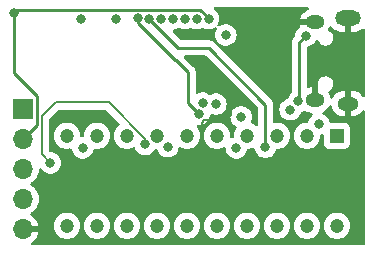
<source format=gbr>
%TF.GenerationSoftware,KiCad,Pcbnew,7.0.9*%
%TF.CreationDate,2024-08-09T11:55:52-06:00*%
%TF.ProjectId,SWAG_BAR_LED_ARM,53574147-5f42-4415-925f-4c45445f4152,rev?*%
%TF.SameCoordinates,Original*%
%TF.FileFunction,Copper,L3,Inr*%
%TF.FilePolarity,Positive*%
%FSLAX46Y46*%
G04 Gerber Fmt 4.6, Leading zero omitted, Abs format (unit mm)*
G04 Created by KiCad (PCBNEW 7.0.9) date 2024-08-09 11:55:52*
%MOMM*%
%LPD*%
G01*
G04 APERTURE LIST*
%TA.AperFunction,ComponentPad*%
%ADD10O,1.800000X1.150000*%
%TD*%
%TA.AperFunction,ComponentPad*%
%ADD11O,1.600000X1.200000*%
%TD*%
%TA.AperFunction,ComponentPad*%
%ADD12O,2.200000X1.300000*%
%TD*%
%TA.AperFunction,ComponentPad*%
%ADD13R,1.700000X1.700000*%
%TD*%
%TA.AperFunction,ComponentPad*%
%ADD14O,1.700000X1.700000*%
%TD*%
%TA.AperFunction,ComponentPad*%
%ADD15R,1.200000X1.200000*%
%TD*%
%TA.AperFunction,ComponentPad*%
%ADD16C,1.200000*%
%TD*%
%TA.AperFunction,ViaPad*%
%ADD17C,0.800000*%
%TD*%
%TA.AperFunction,Conductor*%
%ADD18C,0.250000*%
%TD*%
%TA.AperFunction,Conductor*%
%ADD19C,0.200000*%
%TD*%
G04 APERTURE END LIST*
D10*
%TO.N,GND*%
%TO.C,J3*%
X105979000Y-97326000D03*
D11*
X103179000Y-97026000D03*
X103179000Y-90426000D03*
D12*
X105979000Y-90126000D03*
%TD*%
D13*
%TO.N,/SWDIO*%
%TO.C,J1*%
X78435200Y-97790000D03*
D14*
%TO.N,/SWCLK*%
X78435200Y-100330000D03*
%TO.N,/RST*%
X78435200Y-102870000D03*
%TO.N,+3V3*%
X78435200Y-105410000D03*
%TO.N,GND*%
X78435200Y-107950000D03*
%TD*%
D15*
%TO.N,+3V3*%
%TO.C,BAR1*%
X105048500Y-100056500D03*
D16*
X102508500Y-100056500D03*
X99968500Y-100056500D03*
X97428500Y-100056500D03*
X94888500Y-100056500D03*
X92348500Y-100056500D03*
X89808500Y-100056500D03*
X87268500Y-100056500D03*
X84728500Y-100056500D03*
X82188500Y-100056500D03*
%TO.N,/L9*%
X82188500Y-107676500D03*
%TO.N,/L8*%
X84728500Y-107676500D03*
%TO.N,/L7*%
X87268500Y-107676500D03*
%TO.N,/L6*%
X89808500Y-107676500D03*
%TO.N,/L5*%
X92348500Y-107676500D03*
%TO.N,/L4*%
X94888500Y-107676500D03*
%TO.N,/L3*%
X97428500Y-107676500D03*
%TO.N,/L2*%
X99968500Y-107676500D03*
%TO.N,/L1*%
X102508500Y-107676500D03*
%TO.N,/L0*%
X105048500Y-107676500D03*
%TD*%
D17*
%TO.N,/Sig_L9*%
X90728800Y-100987501D03*
X83515200Y-101092000D03*
%TO.N,/Sig_L8*%
X80782949Y-102359649D03*
X88803124Y-100780607D03*
%TO.N,/Sig_L5*%
X83341586Y-90132500D03*
%TO.N,/Sig_L4*%
X88188800Y-90119200D03*
%TO.N,/SWCLK*%
X77673200Y-89662000D03*
%TO.N,+5V*%
X101784553Y-97135995D03*
X102404500Y-91601498D03*
%TO.N,/SWDIO*%
X93170397Y-90132500D03*
%TO.N,/SWCLK*%
X94169900Y-90132500D03*
%TO.N,GND*%
X88519000Y-103886000D03*
X92811600Y-93675200D03*
X83439000Y-104013000D03*
X103632000Y-104013000D03*
X98679000Y-104013000D03*
X93599000Y-104013000D03*
%TO.N,/RST*%
X95632674Y-91525171D03*
%TO.N,/Sig_L1*%
X103505000Y-99060000D03*
X91171391Y-90132500D03*
%TO.N,/Sig_L0*%
X92170894Y-90132500D03*
X101087601Y-97852418D03*
%TO.N,/SW_1*%
X93675200Y-97282000D03*
X86309200Y-90132000D03*
%TO.N,/Sig_L2*%
X90171888Y-90132500D03*
X96520000Y-101092000D03*
X96926400Y-98450400D03*
%TO.N,/Sig_L3*%
X89172385Y-90132500D03*
X98990102Y-101021797D03*
%TO.N,/Sig_L4*%
X93364044Y-98231352D03*
%TO.N,/Sig_L5*%
X94792800Y-97383600D03*
%TD*%
D18*
%TO.N,+5V*%
X101790948Y-97129600D02*
X101784553Y-97135995D01*
X102404500Y-91601498D02*
X101854000Y-92151998D01*
X101854000Y-92151998D02*
X101854000Y-97129600D01*
X101854000Y-97129600D02*
X101790948Y-97129600D01*
%TO.N,/Sig_L4*%
X88188800Y-90529378D02*
X88188800Y-90119200D01*
X91334622Y-93675200D02*
X88188800Y-90529378D01*
X93364044Y-98231352D02*
X92456000Y-97323308D01*
X92456000Y-94691200D02*
X91440000Y-93675200D01*
X92456000Y-97323308D02*
X92456000Y-94691200D01*
X91440000Y-93675200D02*
X91334622Y-93675200D01*
D19*
%TO.N,/Sig_L8*%
X80035200Y-101611900D02*
X80782949Y-102359649D01*
X80035200Y-98425200D02*
X80035200Y-99060000D01*
X80035200Y-99060000D02*
X80035200Y-101611900D01*
X81229200Y-97231200D02*
X80035200Y-98425200D01*
X85715993Y-97231200D02*
X81229200Y-97231200D01*
X88803124Y-100318331D02*
X85715993Y-97231200D01*
X88803124Y-100780607D02*
X88803124Y-100318331D01*
D18*
%TO.N,/SWCLK*%
X79610200Y-96679000D02*
X77673200Y-94742000D01*
X79610200Y-99155000D02*
X79610200Y-96679000D01*
X78435200Y-100330000D02*
X79610200Y-99155000D01*
X77673200Y-94742000D02*
X77673200Y-89662000D01*
X93470702Y-89407500D02*
X77927700Y-89407500D01*
X77927700Y-89407500D02*
X77673200Y-89662000D01*
X94169900Y-90106698D02*
X93470702Y-89407500D01*
X94169900Y-90132500D02*
X94169900Y-90106698D01*
D19*
%TO.N,GND*%
X93827600Y-98755200D02*
X93599000Y-98983800D01*
X95656400Y-98755200D02*
X93827600Y-98755200D01*
X96113600Y-98298000D02*
X95656400Y-98755200D01*
X92811600Y-93953950D02*
X96113600Y-97255950D01*
X96113600Y-97255950D02*
X96113600Y-98298000D01*
X93599000Y-98983800D02*
X93599000Y-104013000D01*
X92811600Y-93675200D02*
X92811600Y-93953950D01*
D18*
%TO.N,/Sig_L1*%
X103251000Y-99060000D02*
X103505000Y-99060000D01*
%TO.N,/Sig_L2*%
X96520000Y-101092000D02*
X96503500Y-101075500D01*
%TO.N,/Sig_L3*%
X91622483Y-92608400D02*
X94183200Y-92608400D01*
X94183200Y-92608400D02*
X98990102Y-97415302D01*
X89172385Y-90132500D02*
X89172385Y-90158302D01*
X98990102Y-97415302D02*
X98990102Y-101021797D01*
X89172385Y-90158302D02*
X91622483Y-92608400D01*
X98990102Y-101021797D02*
X98990102Y-100133102D01*
%TD*%
%TA.AperFunction,Conductor*%
%TO.N,GND*%
G36*
X102609519Y-89174185D02*
G01*
X102655274Y-89226989D01*
X102665218Y-89296147D01*
X102636193Y-89359703D01*
X102577415Y-89397477D01*
X102577414Y-89397477D01*
X102568314Y-89400148D01*
X102381585Y-89496413D01*
X102216462Y-89626268D01*
X102216459Y-89626271D01*
X102078894Y-89785030D01*
X102078885Y-89785041D01*
X101973855Y-89966960D01*
X101973852Y-89966967D01*
X101905144Y-90165482D01*
X101905144Y-90165484D01*
X101903632Y-90176000D01*
X102754393Y-90176000D01*
X102694762Y-90293031D01*
X102673702Y-90426000D01*
X102694762Y-90558969D01*
X102754393Y-90676000D01*
X101907742Y-90676000D01*
X101921868Y-90734227D01*
X101918543Y-90804017D01*
X101878015Y-90860931D01*
X101874250Y-90863778D01*
X101793246Y-90922632D01*
X101665459Y-91064555D01*
X101569973Y-91229941D01*
X101569970Y-91229948D01*
X101510959Y-91411566D01*
X101510958Y-91411570D01*
X101509581Y-91424674D01*
X101493743Y-91575363D01*
X101467158Y-91639977D01*
X101449476Y-91657934D01*
X101446984Y-91659995D01*
X101399015Y-91711077D01*
X101377872Y-91732220D01*
X101377857Y-91732237D01*
X101373531Y-91737812D01*
X101369747Y-91742242D01*
X101337419Y-91776669D01*
X101337412Y-91776679D01*
X101327579Y-91794565D01*
X101316903Y-91810818D01*
X101304386Y-91826955D01*
X101304385Y-91826957D01*
X101285625Y-91870308D01*
X101283055Y-91875554D01*
X101260303Y-91916939D01*
X101260303Y-91916940D01*
X101255225Y-91936718D01*
X101248925Y-91955120D01*
X101240818Y-91973855D01*
X101233431Y-92020493D01*
X101232246Y-92026214D01*
X101220500Y-92071963D01*
X101220500Y-92092382D01*
X101218973Y-92111781D01*
X101216414Y-92127940D01*
X101215780Y-92131941D01*
X101215811Y-92132265D01*
X101220225Y-92178964D01*
X101220500Y-92184802D01*
X101220500Y-96359655D01*
X101200815Y-96426694D01*
X101177178Y-96451724D01*
X101178129Y-96452781D01*
X101173299Y-96457129D01*
X101045512Y-96599052D01*
X100950026Y-96764438D01*
X100950024Y-96764442D01*
X100906383Y-96898756D01*
X100866945Y-96956431D01*
X100814239Y-96981726D01*
X100805315Y-96983623D01*
X100805313Y-96983624D01*
X100640984Y-97056788D01*
X100630845Y-97061302D01*
X100476346Y-97173553D01*
X100348560Y-97315475D01*
X100253074Y-97480861D01*
X100253071Y-97480868D01*
X100195101Y-97659282D01*
X100194059Y-97662490D01*
X100174097Y-97852418D01*
X100194059Y-98042346D01*
X100194060Y-98042349D01*
X100253071Y-98223967D01*
X100253074Y-98223974D01*
X100348561Y-98389362D01*
X100476348Y-98531284D01*
X100630849Y-98643536D01*
X100805313Y-98721212D01*
X100992114Y-98760918D01*
X101183088Y-98760918D01*
X101369889Y-98721212D01*
X101544353Y-98643536D01*
X101698854Y-98531284D01*
X101826641Y-98389362D01*
X101922128Y-98223974D01*
X101965771Y-98089655D01*
X102005207Y-98031982D01*
X102057919Y-98006685D01*
X102066841Y-98004789D01*
X102241305Y-97927113D01*
X102241310Y-97927109D01*
X102242310Y-97926664D01*
X102311560Y-97917380D01*
X102359785Y-97935628D01*
X102472657Y-98008166D01*
X102667685Y-98086244D01*
X102873959Y-98125999D01*
X102875610Y-98126157D01*
X102876383Y-98126466D01*
X102879763Y-98127118D01*
X102879637Y-98127769D01*
X102940476Y-98152120D01*
X102981008Y-98209032D01*
X102984338Y-98278822D01*
X102949407Y-98339333D01*
X102936718Y-98349913D01*
X102893746Y-98381134D01*
X102765959Y-98523057D01*
X102670473Y-98688443D01*
X102670470Y-98688450D01*
X102613977Y-98862318D01*
X102574539Y-98919994D01*
X102510181Y-98947192D01*
X102496046Y-98948000D01*
X102405782Y-98948000D01*
X102203845Y-98985749D01*
X102203842Y-98985749D01*
X102203842Y-98985750D01*
X102012279Y-99059961D01*
X101837616Y-99168109D01*
X101685800Y-99306506D01*
X101561998Y-99470447D01*
X101561993Y-99470455D01*
X101470430Y-99654337D01*
X101470424Y-99654352D01*
X101414206Y-99851939D01*
X101414205Y-99851941D01*
X101395251Y-100056499D01*
X101395251Y-100056500D01*
X101414205Y-100261058D01*
X101414206Y-100261060D01*
X101470424Y-100458647D01*
X101470430Y-100458662D01*
X101561993Y-100642544D01*
X101561998Y-100642552D01*
X101685800Y-100806493D01*
X101791340Y-100902704D01*
X101837618Y-100944892D01*
X102012282Y-101053040D01*
X102203845Y-101127251D01*
X102405782Y-101165000D01*
X102405784Y-101165000D01*
X102611216Y-101165000D01*
X102611218Y-101165000D01*
X102813155Y-101127251D01*
X103004718Y-101053040D01*
X103179382Y-100944892D01*
X103331201Y-100806491D01*
X103455003Y-100642550D01*
X103546574Y-100458652D01*
X103602794Y-100261059D01*
X103621749Y-100056500D01*
X103621748Y-100056495D01*
X103622073Y-100052995D01*
X103647859Y-99988058D01*
X103704659Y-99947370D01*
X103719753Y-99943148D01*
X103787288Y-99928794D01*
X103787292Y-99928792D01*
X103790219Y-99928170D01*
X103859886Y-99933486D01*
X103915620Y-99975623D01*
X103939725Y-100041203D01*
X103940000Y-100049460D01*
X103940000Y-100705154D01*
X103946511Y-100765702D01*
X103946511Y-100765704D01*
X103987662Y-100876030D01*
X103997611Y-100902704D01*
X104085239Y-101019761D01*
X104202296Y-101107389D01*
X104293989Y-101141589D01*
X104322338Y-101152163D01*
X104339299Y-101158489D01*
X104366550Y-101161418D01*
X104399845Y-101164999D01*
X104399862Y-101165000D01*
X105697138Y-101165000D01*
X105697154Y-101164999D01*
X105724192Y-101162091D01*
X105757701Y-101158489D01*
X105894704Y-101107389D01*
X106011761Y-101019761D01*
X106099389Y-100902704D01*
X106150489Y-100765701D01*
X106154091Y-100732192D01*
X106156999Y-100705154D01*
X106157000Y-100705137D01*
X106157000Y-99407862D01*
X106156999Y-99407845D01*
X106153657Y-99376770D01*
X106150489Y-99347299D01*
X106145898Y-99334991D01*
X106127246Y-99284984D01*
X106099389Y-99210296D01*
X106011761Y-99093239D01*
X105894704Y-99005611D01*
X105757703Y-98954511D01*
X105697154Y-98948000D01*
X105697138Y-98948000D01*
X104513954Y-98948000D01*
X104446915Y-98928315D01*
X104401160Y-98875511D01*
X104396023Y-98862318D01*
X104339529Y-98688450D01*
X104339528Y-98688449D01*
X104339527Y-98688444D01*
X104244040Y-98523056D01*
X104116253Y-98381134D01*
X103961752Y-98268882D01*
X103879575Y-98232294D01*
X103826339Y-98187045D01*
X103806018Y-98120196D01*
X103825063Y-98052973D01*
X103873193Y-98008800D01*
X103976412Y-97955587D01*
X104141537Y-97825731D01*
X104141540Y-97825728D01*
X104279105Y-97666969D01*
X104279114Y-97666958D01*
X104371691Y-97506609D01*
X104422258Y-97458394D01*
X104490865Y-97445170D01*
X104555729Y-97471138D01*
X104596258Y-97528052D01*
X104599583Y-97539375D01*
X104633503Y-97679195D01*
X104718787Y-97865943D01*
X104718789Y-97865947D01*
X104837870Y-98033173D01*
X104837875Y-98033179D01*
X104986456Y-98174851D01*
X105159165Y-98285844D01*
X105349761Y-98362147D01*
X105551349Y-98401000D01*
X105729000Y-98401000D01*
X105729000Y-97601000D01*
X106229000Y-97601000D01*
X106229000Y-98401000D01*
X106355205Y-98401000D01*
X106508370Y-98386374D01*
X106508374Y-98386373D01*
X106705351Y-98328536D01*
X106887837Y-98234458D01*
X107049206Y-98107555D01*
X107049209Y-98107551D01*
X107183656Y-97952392D01*
X107187081Y-97947584D01*
X107188707Y-97948742D01*
X107232709Y-97906767D01*
X107301313Y-97893529D01*
X107366183Y-97919482D01*
X107406725Y-97976387D01*
X107413554Y-98016661D01*
X107433063Y-105839780D01*
X107441411Y-109187201D01*
X107441499Y-109222191D01*
X107421981Y-109289279D01*
X107369292Y-109335166D01*
X107317499Y-109346500D01*
X84393654Y-109346500D01*
X79211935Y-109329255D01*
X79144962Y-109309348D01*
X79099383Y-109256392D01*
X79089670Y-109187201D01*
X79118906Y-109123742D01*
X79141224Y-109103681D01*
X79306282Y-108988105D01*
X79473305Y-108821082D01*
X79608800Y-108627578D01*
X79708629Y-108413492D01*
X79708632Y-108413486D01*
X79765836Y-108200000D01*
X78868886Y-108200000D01*
X78894693Y-108159844D01*
X78935200Y-108021889D01*
X78935200Y-107878111D01*
X78894693Y-107740156D01*
X78868886Y-107700000D01*
X79765836Y-107700000D01*
X79765835Y-107699999D01*
X79759539Y-107676500D01*
X81075251Y-107676500D01*
X81094205Y-107881058D01*
X81094206Y-107881060D01*
X81150424Y-108078647D01*
X81150430Y-108078662D01*
X81241993Y-108262544D01*
X81241998Y-108262552D01*
X81365800Y-108426493D01*
X81496404Y-108545553D01*
X81517618Y-108564892D01*
X81692282Y-108673040D01*
X81883845Y-108747251D01*
X82085782Y-108785000D01*
X82085784Y-108785000D01*
X82291216Y-108785000D01*
X82291218Y-108785000D01*
X82493155Y-108747251D01*
X82684718Y-108673040D01*
X82859382Y-108564892D01*
X83011201Y-108426491D01*
X83135003Y-108262550D01*
X83226574Y-108078652D01*
X83282794Y-107881059D01*
X83301749Y-107676500D01*
X83615251Y-107676500D01*
X83634205Y-107881058D01*
X83634206Y-107881060D01*
X83690424Y-108078647D01*
X83690430Y-108078662D01*
X83781993Y-108262544D01*
X83781998Y-108262552D01*
X83905800Y-108426493D01*
X84036404Y-108545553D01*
X84057618Y-108564892D01*
X84232282Y-108673040D01*
X84423845Y-108747251D01*
X84625782Y-108785000D01*
X84625784Y-108785000D01*
X84831216Y-108785000D01*
X84831218Y-108785000D01*
X85033155Y-108747251D01*
X85224718Y-108673040D01*
X85399382Y-108564892D01*
X85551201Y-108426491D01*
X85675003Y-108262550D01*
X85766574Y-108078652D01*
X85822794Y-107881059D01*
X85841749Y-107676500D01*
X86155251Y-107676500D01*
X86174205Y-107881058D01*
X86174206Y-107881060D01*
X86230424Y-108078647D01*
X86230430Y-108078662D01*
X86321993Y-108262544D01*
X86321998Y-108262552D01*
X86445800Y-108426493D01*
X86576404Y-108545553D01*
X86597618Y-108564892D01*
X86772282Y-108673040D01*
X86963845Y-108747251D01*
X87165782Y-108785000D01*
X87165784Y-108785000D01*
X87371216Y-108785000D01*
X87371218Y-108785000D01*
X87573155Y-108747251D01*
X87764718Y-108673040D01*
X87939382Y-108564892D01*
X88091201Y-108426491D01*
X88215003Y-108262550D01*
X88306574Y-108078652D01*
X88362794Y-107881059D01*
X88381749Y-107676500D01*
X88695251Y-107676500D01*
X88714205Y-107881058D01*
X88714206Y-107881060D01*
X88770424Y-108078647D01*
X88770430Y-108078662D01*
X88861993Y-108262544D01*
X88861998Y-108262552D01*
X88985800Y-108426493D01*
X89116404Y-108545553D01*
X89137618Y-108564892D01*
X89312282Y-108673040D01*
X89503845Y-108747251D01*
X89705782Y-108785000D01*
X89705784Y-108785000D01*
X89911216Y-108785000D01*
X89911218Y-108785000D01*
X90113155Y-108747251D01*
X90304718Y-108673040D01*
X90479382Y-108564892D01*
X90631201Y-108426491D01*
X90755003Y-108262550D01*
X90846574Y-108078652D01*
X90902794Y-107881059D01*
X90921749Y-107676500D01*
X91235251Y-107676500D01*
X91254205Y-107881058D01*
X91254206Y-107881060D01*
X91310424Y-108078647D01*
X91310430Y-108078662D01*
X91401993Y-108262544D01*
X91401998Y-108262552D01*
X91525800Y-108426493D01*
X91656404Y-108545553D01*
X91677618Y-108564892D01*
X91852282Y-108673040D01*
X92043845Y-108747251D01*
X92245782Y-108785000D01*
X92245784Y-108785000D01*
X92451216Y-108785000D01*
X92451218Y-108785000D01*
X92653155Y-108747251D01*
X92844718Y-108673040D01*
X93019382Y-108564892D01*
X93171201Y-108426491D01*
X93295003Y-108262550D01*
X93386574Y-108078652D01*
X93442794Y-107881059D01*
X93461749Y-107676500D01*
X93775251Y-107676500D01*
X93794205Y-107881058D01*
X93794206Y-107881060D01*
X93850424Y-108078647D01*
X93850430Y-108078662D01*
X93941993Y-108262544D01*
X93941998Y-108262552D01*
X94065800Y-108426493D01*
X94196404Y-108545553D01*
X94217618Y-108564892D01*
X94392282Y-108673040D01*
X94583845Y-108747251D01*
X94785782Y-108785000D01*
X94785784Y-108785000D01*
X94991216Y-108785000D01*
X94991218Y-108785000D01*
X95193155Y-108747251D01*
X95384718Y-108673040D01*
X95559382Y-108564892D01*
X95711201Y-108426491D01*
X95835003Y-108262550D01*
X95926574Y-108078652D01*
X95982794Y-107881059D01*
X96001749Y-107676500D01*
X96315251Y-107676500D01*
X96334205Y-107881058D01*
X96334206Y-107881060D01*
X96390424Y-108078647D01*
X96390430Y-108078662D01*
X96481993Y-108262544D01*
X96481998Y-108262552D01*
X96605800Y-108426493D01*
X96736404Y-108545553D01*
X96757618Y-108564892D01*
X96932282Y-108673040D01*
X97123845Y-108747251D01*
X97325782Y-108785000D01*
X97325784Y-108785000D01*
X97531216Y-108785000D01*
X97531218Y-108785000D01*
X97733155Y-108747251D01*
X97924718Y-108673040D01*
X98099382Y-108564892D01*
X98251201Y-108426491D01*
X98375003Y-108262550D01*
X98466574Y-108078652D01*
X98522794Y-107881059D01*
X98541749Y-107676500D01*
X98855251Y-107676500D01*
X98874205Y-107881058D01*
X98874206Y-107881060D01*
X98930424Y-108078647D01*
X98930430Y-108078662D01*
X99021993Y-108262544D01*
X99021998Y-108262552D01*
X99145800Y-108426493D01*
X99276404Y-108545553D01*
X99297618Y-108564892D01*
X99472282Y-108673040D01*
X99663845Y-108747251D01*
X99865782Y-108785000D01*
X99865784Y-108785000D01*
X100071216Y-108785000D01*
X100071218Y-108785000D01*
X100273155Y-108747251D01*
X100464718Y-108673040D01*
X100639382Y-108564892D01*
X100791201Y-108426491D01*
X100915003Y-108262550D01*
X101006574Y-108078652D01*
X101062794Y-107881059D01*
X101081749Y-107676500D01*
X101395251Y-107676500D01*
X101414205Y-107881058D01*
X101414206Y-107881060D01*
X101470424Y-108078647D01*
X101470430Y-108078662D01*
X101561993Y-108262544D01*
X101561998Y-108262552D01*
X101685800Y-108426493D01*
X101816404Y-108545553D01*
X101837618Y-108564892D01*
X102012282Y-108673040D01*
X102203845Y-108747251D01*
X102405782Y-108785000D01*
X102405784Y-108785000D01*
X102611216Y-108785000D01*
X102611218Y-108785000D01*
X102813155Y-108747251D01*
X103004718Y-108673040D01*
X103179382Y-108564892D01*
X103331201Y-108426491D01*
X103455003Y-108262550D01*
X103546574Y-108078652D01*
X103602794Y-107881059D01*
X103621749Y-107676500D01*
X103935251Y-107676500D01*
X103954205Y-107881058D01*
X103954206Y-107881060D01*
X104010424Y-108078647D01*
X104010430Y-108078662D01*
X104101993Y-108262544D01*
X104101998Y-108262552D01*
X104225800Y-108426493D01*
X104356404Y-108545553D01*
X104377618Y-108564892D01*
X104552282Y-108673040D01*
X104743845Y-108747251D01*
X104945782Y-108785000D01*
X104945784Y-108785000D01*
X105151216Y-108785000D01*
X105151218Y-108785000D01*
X105353155Y-108747251D01*
X105544718Y-108673040D01*
X105719382Y-108564892D01*
X105871201Y-108426491D01*
X105995003Y-108262550D01*
X106086574Y-108078652D01*
X106142794Y-107881059D01*
X106161749Y-107676500D01*
X106142794Y-107471941D01*
X106086574Y-107274348D01*
X106085614Y-107272420D01*
X105995006Y-107090455D01*
X105995001Y-107090447D01*
X105871199Y-106926506D01*
X105719383Y-106788109D01*
X105719382Y-106788108D01*
X105544718Y-106679960D01*
X105353155Y-106605749D01*
X105151218Y-106568000D01*
X104945782Y-106568000D01*
X104743845Y-106605749D01*
X104743842Y-106605749D01*
X104743842Y-106605750D01*
X104552279Y-106679961D01*
X104377616Y-106788109D01*
X104225800Y-106926506D01*
X104101998Y-107090447D01*
X104101993Y-107090455D01*
X104010430Y-107274337D01*
X104010424Y-107274352D01*
X103954206Y-107471939D01*
X103954205Y-107471941D01*
X103935251Y-107676499D01*
X103935251Y-107676500D01*
X103621749Y-107676500D01*
X103602794Y-107471941D01*
X103546574Y-107274348D01*
X103545614Y-107272420D01*
X103455006Y-107090455D01*
X103455001Y-107090447D01*
X103331199Y-106926506D01*
X103179383Y-106788109D01*
X103179382Y-106788108D01*
X103004718Y-106679960D01*
X102813155Y-106605749D01*
X102611218Y-106568000D01*
X102405782Y-106568000D01*
X102203845Y-106605749D01*
X102203842Y-106605749D01*
X102203842Y-106605750D01*
X102012279Y-106679961D01*
X101837616Y-106788109D01*
X101685800Y-106926506D01*
X101561998Y-107090447D01*
X101561993Y-107090455D01*
X101470430Y-107274337D01*
X101470424Y-107274352D01*
X101414206Y-107471939D01*
X101414205Y-107471941D01*
X101395251Y-107676499D01*
X101395251Y-107676500D01*
X101081749Y-107676500D01*
X101062794Y-107471941D01*
X101006574Y-107274348D01*
X101005614Y-107272420D01*
X100915006Y-107090455D01*
X100915001Y-107090447D01*
X100791199Y-106926506D01*
X100639383Y-106788109D01*
X100639382Y-106788108D01*
X100464718Y-106679960D01*
X100273155Y-106605749D01*
X100071218Y-106568000D01*
X99865782Y-106568000D01*
X99663845Y-106605749D01*
X99663842Y-106605749D01*
X99663842Y-106605750D01*
X99472279Y-106679961D01*
X99297616Y-106788109D01*
X99145800Y-106926506D01*
X99021998Y-107090447D01*
X99021993Y-107090455D01*
X98930430Y-107274337D01*
X98930424Y-107274352D01*
X98874206Y-107471939D01*
X98874205Y-107471941D01*
X98855251Y-107676499D01*
X98855251Y-107676500D01*
X98541749Y-107676500D01*
X98522794Y-107471941D01*
X98466574Y-107274348D01*
X98465614Y-107272420D01*
X98375006Y-107090455D01*
X98375001Y-107090447D01*
X98251199Y-106926506D01*
X98099383Y-106788109D01*
X98099382Y-106788108D01*
X97924718Y-106679960D01*
X97733155Y-106605749D01*
X97531218Y-106568000D01*
X97325782Y-106568000D01*
X97123845Y-106605749D01*
X97123842Y-106605749D01*
X97123842Y-106605750D01*
X96932279Y-106679961D01*
X96757616Y-106788109D01*
X96605800Y-106926506D01*
X96481998Y-107090447D01*
X96481993Y-107090455D01*
X96390430Y-107274337D01*
X96390424Y-107274352D01*
X96334206Y-107471939D01*
X96334205Y-107471941D01*
X96315251Y-107676499D01*
X96315251Y-107676500D01*
X96001749Y-107676500D01*
X95982794Y-107471941D01*
X95926574Y-107274348D01*
X95925614Y-107272420D01*
X95835006Y-107090455D01*
X95835001Y-107090447D01*
X95711199Y-106926506D01*
X95559383Y-106788109D01*
X95559382Y-106788108D01*
X95384718Y-106679960D01*
X95193155Y-106605749D01*
X94991218Y-106568000D01*
X94785782Y-106568000D01*
X94583845Y-106605749D01*
X94583842Y-106605749D01*
X94583842Y-106605750D01*
X94392279Y-106679961D01*
X94217616Y-106788109D01*
X94065800Y-106926506D01*
X93941998Y-107090447D01*
X93941993Y-107090455D01*
X93850430Y-107274337D01*
X93850424Y-107274352D01*
X93794206Y-107471939D01*
X93794205Y-107471941D01*
X93775251Y-107676499D01*
X93775251Y-107676500D01*
X93461749Y-107676500D01*
X93442794Y-107471941D01*
X93386574Y-107274348D01*
X93385614Y-107272420D01*
X93295006Y-107090455D01*
X93295001Y-107090447D01*
X93171199Y-106926506D01*
X93019383Y-106788109D01*
X93019382Y-106788108D01*
X92844718Y-106679960D01*
X92653155Y-106605749D01*
X92451218Y-106568000D01*
X92245782Y-106568000D01*
X92043845Y-106605749D01*
X92043842Y-106605749D01*
X92043842Y-106605750D01*
X91852279Y-106679961D01*
X91677616Y-106788109D01*
X91525800Y-106926506D01*
X91401998Y-107090447D01*
X91401993Y-107090455D01*
X91310430Y-107274337D01*
X91310424Y-107274352D01*
X91254206Y-107471939D01*
X91254205Y-107471941D01*
X91235251Y-107676499D01*
X91235251Y-107676500D01*
X90921749Y-107676500D01*
X90902794Y-107471941D01*
X90846574Y-107274348D01*
X90845614Y-107272420D01*
X90755006Y-107090455D01*
X90755001Y-107090447D01*
X90631199Y-106926506D01*
X90479383Y-106788109D01*
X90479382Y-106788108D01*
X90304718Y-106679960D01*
X90113155Y-106605749D01*
X89911218Y-106568000D01*
X89705782Y-106568000D01*
X89503845Y-106605749D01*
X89503842Y-106605749D01*
X89503842Y-106605750D01*
X89312279Y-106679961D01*
X89137616Y-106788109D01*
X88985800Y-106926506D01*
X88861998Y-107090447D01*
X88861993Y-107090455D01*
X88770430Y-107274337D01*
X88770424Y-107274352D01*
X88714206Y-107471939D01*
X88714205Y-107471941D01*
X88695251Y-107676499D01*
X88695251Y-107676500D01*
X88381749Y-107676500D01*
X88362794Y-107471941D01*
X88306574Y-107274348D01*
X88305614Y-107272420D01*
X88215006Y-107090455D01*
X88215001Y-107090447D01*
X88091199Y-106926506D01*
X87939383Y-106788109D01*
X87939382Y-106788108D01*
X87764718Y-106679960D01*
X87573155Y-106605749D01*
X87371218Y-106568000D01*
X87165782Y-106568000D01*
X86963845Y-106605749D01*
X86963842Y-106605749D01*
X86963842Y-106605750D01*
X86772279Y-106679961D01*
X86597616Y-106788109D01*
X86445800Y-106926506D01*
X86321998Y-107090447D01*
X86321993Y-107090455D01*
X86230430Y-107274337D01*
X86230424Y-107274352D01*
X86174206Y-107471939D01*
X86174205Y-107471941D01*
X86155251Y-107676499D01*
X86155251Y-107676500D01*
X85841749Y-107676500D01*
X85822794Y-107471941D01*
X85766574Y-107274348D01*
X85765614Y-107272420D01*
X85675006Y-107090455D01*
X85675001Y-107090447D01*
X85551199Y-106926506D01*
X85399383Y-106788109D01*
X85399382Y-106788108D01*
X85224718Y-106679960D01*
X85033155Y-106605749D01*
X84831218Y-106568000D01*
X84625782Y-106568000D01*
X84423845Y-106605749D01*
X84423842Y-106605749D01*
X84423842Y-106605750D01*
X84232279Y-106679961D01*
X84057616Y-106788109D01*
X83905800Y-106926506D01*
X83781998Y-107090447D01*
X83781993Y-107090455D01*
X83690430Y-107274337D01*
X83690424Y-107274352D01*
X83634206Y-107471939D01*
X83634205Y-107471941D01*
X83615251Y-107676499D01*
X83615251Y-107676500D01*
X83301749Y-107676500D01*
X83282794Y-107471941D01*
X83226574Y-107274348D01*
X83225614Y-107272420D01*
X83135006Y-107090455D01*
X83135001Y-107090447D01*
X83011199Y-106926506D01*
X82859383Y-106788109D01*
X82859382Y-106788108D01*
X82684718Y-106679960D01*
X82493155Y-106605749D01*
X82291218Y-106568000D01*
X82085782Y-106568000D01*
X81883845Y-106605749D01*
X81883842Y-106605749D01*
X81883842Y-106605750D01*
X81692279Y-106679961D01*
X81517616Y-106788109D01*
X81365800Y-106926506D01*
X81241998Y-107090447D01*
X81241993Y-107090455D01*
X81150430Y-107274337D01*
X81150424Y-107274352D01*
X81094206Y-107471939D01*
X81094205Y-107471941D01*
X81075251Y-107676499D01*
X81075251Y-107676500D01*
X79759539Y-107676500D01*
X79708632Y-107486513D01*
X79708629Y-107486507D01*
X79608800Y-107272422D01*
X79608799Y-107272420D01*
X79473313Y-107078926D01*
X79473308Y-107078920D01*
X79306282Y-106911894D01*
X79125397Y-106785236D01*
X79081772Y-106730659D01*
X79074580Y-106661160D01*
X79106102Y-106598806D01*
X79137500Y-106574608D01*
X79180776Y-106551189D01*
X79358440Y-106412906D01*
X79510922Y-106247268D01*
X79634060Y-106058791D01*
X79724496Y-105852616D01*
X79779764Y-105634368D01*
X79798356Y-105410000D01*
X79779764Y-105185632D01*
X79724496Y-104967384D01*
X79634060Y-104761209D01*
X79588881Y-104692058D01*
X79510923Y-104572734D01*
X79510915Y-104572723D01*
X79358443Y-104407097D01*
X79358438Y-104407092D01*
X79180777Y-104268812D01*
X79180778Y-104268812D01*
X79180776Y-104268811D01*
X79144270Y-104249055D01*
X79094679Y-104199836D01*
X79079571Y-104131619D01*
X79103741Y-104066064D01*
X79144270Y-104030945D01*
X79144284Y-104030936D01*
X79180776Y-104011189D01*
X79358440Y-103872906D01*
X79510922Y-103707268D01*
X79634060Y-103518791D01*
X79724496Y-103312616D01*
X79779764Y-103094368D01*
X79794509Y-102916417D01*
X79819662Y-102851237D01*
X79876064Y-102809998D01*
X79945807Y-102805800D01*
X80006749Y-102839974D01*
X80025471Y-102864659D01*
X80028555Y-102870000D01*
X80043909Y-102896593D01*
X80171696Y-103038515D01*
X80326197Y-103150767D01*
X80500661Y-103228443D01*
X80687462Y-103268149D01*
X80878436Y-103268149D01*
X81065237Y-103228443D01*
X81239701Y-103150767D01*
X81394202Y-103038515D01*
X81521989Y-102896593D01*
X81617476Y-102731205D01*
X81676491Y-102549577D01*
X81696453Y-102359649D01*
X81676491Y-102169721D01*
X81617476Y-101988093D01*
X81521989Y-101822705D01*
X81394202Y-101680783D01*
X81239701Y-101568531D01*
X81065237Y-101490855D01*
X81065235Y-101490854D01*
X80878436Y-101451149D01*
X80786360Y-101451149D01*
X80719321Y-101431464D01*
X80698679Y-101414830D01*
X80680019Y-101396170D01*
X80646534Y-101334847D01*
X80643700Y-101308489D01*
X80643700Y-100056500D01*
X81075251Y-100056500D01*
X81094205Y-100261058D01*
X81094206Y-100261060D01*
X81150424Y-100458647D01*
X81150430Y-100458662D01*
X81241993Y-100642544D01*
X81241998Y-100642552D01*
X81365800Y-100806493D01*
X81471340Y-100902704D01*
X81517618Y-100944892D01*
X81692282Y-101053040D01*
X81883845Y-101127251D01*
X82085782Y-101165000D01*
X82085784Y-101165000D01*
X82291216Y-101165000D01*
X82291218Y-101165000D01*
X82471177Y-101131359D01*
X82540690Y-101138390D01*
X82595368Y-101181887D01*
X82617280Y-101240284D01*
X82621657Y-101281925D01*
X82621658Y-101281929D01*
X82680670Y-101463549D01*
X82680673Y-101463556D01*
X82776160Y-101628944D01*
X82878490Y-101742594D01*
X82903923Y-101770840D01*
X82903947Y-101770866D01*
X83058448Y-101883118D01*
X83232912Y-101960794D01*
X83419713Y-102000500D01*
X83610687Y-102000500D01*
X83797488Y-101960794D01*
X83971952Y-101883118D01*
X84126453Y-101770866D01*
X84254240Y-101628944D01*
X84349727Y-101463556D01*
X84408742Y-101281928D01*
X84410933Y-101261079D01*
X84437515Y-101196465D01*
X84494811Y-101156478D01*
X84557037Y-101152149D01*
X84625782Y-101165000D01*
X84625784Y-101165000D01*
X84831216Y-101165000D01*
X84831218Y-101165000D01*
X85033155Y-101127251D01*
X85224718Y-101053040D01*
X85399382Y-100944892D01*
X85551201Y-100806491D01*
X85675003Y-100642550D01*
X85766574Y-100458652D01*
X85822794Y-100261059D01*
X85841749Y-100056500D01*
X85822794Y-99851941D01*
X85766574Y-99654348D01*
X85745516Y-99612058D01*
X85675006Y-99470455D01*
X85675001Y-99470447D01*
X85551199Y-99306506D01*
X85399383Y-99168109D01*
X85399382Y-99168108D01*
X85224718Y-99059960D01*
X85033155Y-98985749D01*
X84831218Y-98948000D01*
X84625782Y-98948000D01*
X84423845Y-98985749D01*
X84423842Y-98985749D01*
X84423842Y-98985750D01*
X84232279Y-99059961D01*
X84057616Y-99168109D01*
X83905800Y-99306506D01*
X83781998Y-99470447D01*
X83781993Y-99470455D01*
X83690430Y-99654337D01*
X83690424Y-99654352D01*
X83634206Y-99851939D01*
X83634205Y-99851941D01*
X83615251Y-100056499D01*
X83615251Y-100059500D01*
X83614844Y-100060883D01*
X83614722Y-100062208D01*
X83614462Y-100062183D01*
X83595566Y-100126539D01*
X83542762Y-100172294D01*
X83491251Y-100183500D01*
X83425749Y-100183500D01*
X83358710Y-100163815D01*
X83312955Y-100111011D01*
X83302336Y-100062202D01*
X83302278Y-100062208D01*
X83302233Y-100061726D01*
X83301749Y-100059500D01*
X83301749Y-100056499D01*
X83282794Y-99851941D01*
X83282793Y-99851939D01*
X83234216Y-99681209D01*
X83226574Y-99654348D01*
X83205516Y-99612058D01*
X83135006Y-99470455D01*
X83135001Y-99470447D01*
X83011199Y-99306506D01*
X82859383Y-99168109D01*
X82859382Y-99168108D01*
X82684718Y-99059960D01*
X82493155Y-98985749D01*
X82291218Y-98948000D01*
X82085782Y-98948000D01*
X81883845Y-98985749D01*
X81883842Y-98985749D01*
X81883842Y-98985750D01*
X81692279Y-99059961D01*
X81517616Y-99168109D01*
X81365800Y-99306506D01*
X81241998Y-99470447D01*
X81241993Y-99470455D01*
X81150430Y-99654337D01*
X81150424Y-99654352D01*
X81094206Y-99851939D01*
X81094205Y-99851941D01*
X81075251Y-100056499D01*
X81075251Y-100056500D01*
X80643700Y-100056500D01*
X80643700Y-98728611D01*
X80663385Y-98661572D01*
X80680019Y-98640930D01*
X81444930Y-97876019D01*
X81506253Y-97842534D01*
X81532611Y-97839700D01*
X85412582Y-97839700D01*
X85479621Y-97859385D01*
X85500263Y-97876019D01*
X86607805Y-98983561D01*
X86641290Y-99044884D01*
X86636306Y-99114576D01*
X86600452Y-99162709D01*
X86601854Y-99164246D01*
X86445800Y-99306506D01*
X86321998Y-99470447D01*
X86321993Y-99470455D01*
X86230430Y-99654337D01*
X86230424Y-99654352D01*
X86174206Y-99851939D01*
X86174205Y-99851941D01*
X86155251Y-100056499D01*
X86155251Y-100056500D01*
X86174205Y-100261058D01*
X86174206Y-100261060D01*
X86230424Y-100458647D01*
X86230430Y-100458662D01*
X86321993Y-100642544D01*
X86321998Y-100642552D01*
X86445800Y-100806493D01*
X86551340Y-100902704D01*
X86597618Y-100944892D01*
X86772282Y-101053040D01*
X86963845Y-101127251D01*
X87165782Y-101165000D01*
X87165784Y-101165000D01*
X87371216Y-101165000D01*
X87371218Y-101165000D01*
X87573155Y-101127251D01*
X87764718Y-101053040D01*
X87773260Y-101047750D01*
X87840619Y-101029191D01*
X87907319Y-101049996D01*
X87952184Y-101103558D01*
X87956473Y-101114854D01*
X87968592Y-101152153D01*
X87968597Y-101152163D01*
X88064084Y-101317551D01*
X88191871Y-101459473D01*
X88346372Y-101571725D01*
X88520836Y-101649401D01*
X88707637Y-101689107D01*
X88898611Y-101689107D01*
X89085412Y-101649401D01*
X89259876Y-101571725D01*
X89414377Y-101459473D01*
X89542164Y-101317551D01*
X89588388Y-101237489D01*
X89594444Y-101227000D01*
X89645011Y-101178784D01*
X89701831Y-101165000D01*
X89705782Y-101165000D01*
X89741129Y-101165000D01*
X89808168Y-101184685D01*
X89853923Y-101237489D01*
X89859060Y-101250682D01*
X89894270Y-101359051D01*
X89894273Y-101359057D01*
X89989760Y-101524445D01*
X90032597Y-101572020D01*
X90101160Y-101648168D01*
X90117547Y-101666367D01*
X90272048Y-101778619D01*
X90446512Y-101856295D01*
X90633313Y-101896001D01*
X90824287Y-101896001D01*
X91011088Y-101856295D01*
X91185552Y-101778619D01*
X91340053Y-101666367D01*
X91467840Y-101524445D01*
X91563327Y-101359057D01*
X91622342Y-101177429D01*
X91628018Y-101123419D01*
X91654601Y-101058808D01*
X91711898Y-101018823D01*
X91781717Y-101016162D01*
X91816617Y-101030957D01*
X91852278Y-101053038D01*
X91852280Y-101053038D01*
X91852282Y-101053040D01*
X92043845Y-101127251D01*
X92245782Y-101165000D01*
X92245784Y-101165000D01*
X92451216Y-101165000D01*
X92451218Y-101165000D01*
X92653155Y-101127251D01*
X92844718Y-101053040D01*
X93019382Y-100944892D01*
X93171201Y-100806491D01*
X93295003Y-100642550D01*
X93386574Y-100458652D01*
X93442794Y-100261059D01*
X93461749Y-100056500D01*
X93442794Y-99851941D01*
X93386574Y-99654348D01*
X93365516Y-99612058D01*
X93295006Y-99470455D01*
X93295001Y-99470447D01*
X93195419Y-99338579D01*
X93170727Y-99273217D01*
X93185292Y-99204883D01*
X93234490Y-99155270D01*
X93294373Y-99139852D01*
X93459531Y-99139852D01*
X93646332Y-99100146D01*
X93820796Y-99022470D01*
X93975297Y-98910218D01*
X94103084Y-98768296D01*
X94198571Y-98602908D01*
X94257586Y-98421280D01*
X94268009Y-98322101D01*
X94294593Y-98257489D01*
X94351891Y-98217504D01*
X94421710Y-98214844D01*
X94441761Y-98221784D01*
X94510512Y-98252394D01*
X94697313Y-98292100D01*
X94888287Y-98292100D01*
X95075088Y-98252394D01*
X95249552Y-98174718D01*
X95404053Y-98062466D01*
X95531840Y-97920544D01*
X95627327Y-97755156D01*
X95686342Y-97573528D01*
X95706304Y-97383600D01*
X95686342Y-97193672D01*
X95627327Y-97012044D01*
X95531840Y-96846656D01*
X95404053Y-96704734D01*
X95249552Y-96592482D01*
X95075088Y-96514806D01*
X95075086Y-96514805D01*
X94888287Y-96475100D01*
X94697313Y-96475100D01*
X94510513Y-96514805D01*
X94510510Y-96514806D01*
X94361607Y-96581101D01*
X94292357Y-96590385D01*
X94238288Y-96568139D01*
X94131956Y-96490884D01*
X94127974Y-96489111D01*
X93957488Y-96413206D01*
X93957486Y-96413205D01*
X93770687Y-96373500D01*
X93579713Y-96373500D01*
X93392913Y-96413205D01*
X93392910Y-96413206D01*
X93263934Y-96470629D01*
X93194684Y-96479913D01*
X93131408Y-96450284D01*
X93094195Y-96391148D01*
X93089500Y-96357349D01*
X93089500Y-94774831D01*
X93091239Y-94759079D01*
X93090968Y-94759054D01*
X93091700Y-94751298D01*
X93091702Y-94751291D01*
X93089500Y-94681228D01*
X93089500Y-94651344D01*
X93088614Y-94644341D01*
X93088157Y-94638522D01*
X93086674Y-94591311D01*
X93080976Y-94571699D01*
X93077033Y-94552666D01*
X93074474Y-94532403D01*
X93057085Y-94488486D01*
X93055196Y-94482966D01*
X93042018Y-94437607D01*
X93031626Y-94420035D01*
X93023066Y-94402562D01*
X93015552Y-94383583D01*
X92987794Y-94345379D01*
X92984587Y-94340496D01*
X92964238Y-94306088D01*
X92960542Y-94299838D01*
X92946108Y-94285404D01*
X92933471Y-94270609D01*
X92921472Y-94254093D01*
X92921470Y-94254090D01*
X92885073Y-94223981D01*
X92880751Y-94220047D01*
X92114285Y-93453581D01*
X92080800Y-93392258D01*
X92085784Y-93322566D01*
X92127656Y-93266633D01*
X92193120Y-93242216D01*
X92201966Y-93241900D01*
X93869434Y-93241900D01*
X93936473Y-93261585D01*
X93957115Y-93278219D01*
X98320283Y-97641387D01*
X98353768Y-97702710D01*
X98356602Y-97729068D01*
X98356602Y-99121761D01*
X98336917Y-99188800D01*
X98284113Y-99234555D01*
X98214955Y-99244499D01*
X98151399Y-99215474D01*
X98149064Y-99213399D01*
X98122080Y-99188800D01*
X98099382Y-99168108D01*
X97989620Y-99100146D01*
X97924720Y-99059961D01*
X97924718Y-99059960D01*
X97813528Y-99016885D01*
X97758128Y-98974313D01*
X97734537Y-98908546D01*
X97750248Y-98840466D01*
X97750811Y-98839476D01*
X97760927Y-98821956D01*
X97819942Y-98640328D01*
X97839904Y-98450400D01*
X97819942Y-98260472D01*
X97760927Y-98078844D01*
X97665440Y-97913456D01*
X97537653Y-97771534D01*
X97383152Y-97659282D01*
X97208688Y-97581606D01*
X97208686Y-97581605D01*
X97021887Y-97541900D01*
X96830913Y-97541900D01*
X96644114Y-97581605D01*
X96469646Y-97659283D01*
X96315145Y-97771535D01*
X96187359Y-97913457D01*
X96091873Y-98078843D01*
X96091870Y-98078850D01*
X96034521Y-98255353D01*
X96032858Y-98260472D01*
X96012896Y-98450400D01*
X96032858Y-98640328D01*
X96032859Y-98640331D01*
X96091870Y-98821949D01*
X96091873Y-98821956D01*
X96187360Y-98987344D01*
X96315147Y-99129266D01*
X96469648Y-99241518D01*
X96469651Y-99241520D01*
X96475278Y-99244769D01*
X96474062Y-99246874D01*
X96518925Y-99284984D01*
X96539266Y-99351827D01*
X96520240Y-99419057D01*
X96514227Y-99427768D01*
X96482001Y-99470442D01*
X96481993Y-99470455D01*
X96390430Y-99654337D01*
X96390424Y-99654352D01*
X96334206Y-99851939D01*
X96334205Y-99851941D01*
X96315251Y-100056499D01*
X96315251Y-100056503D01*
X96318831Y-100095146D01*
X96305415Y-100163715D01*
X96257057Y-100214146D01*
X96243473Y-100220172D01*
X96243647Y-100220563D01*
X96168925Y-100253830D01*
X96099674Y-100263114D01*
X96036398Y-100233484D01*
X95999186Y-100174349D01*
X95995020Y-100129112D01*
X96001749Y-100056500D01*
X95982794Y-99851941D01*
X95926574Y-99654348D01*
X95905516Y-99612058D01*
X95835006Y-99470455D01*
X95835001Y-99470447D01*
X95711199Y-99306506D01*
X95559383Y-99168109D01*
X95559382Y-99168108D01*
X95384718Y-99059960D01*
X95193155Y-98985749D01*
X94991218Y-98948000D01*
X94785782Y-98948000D01*
X94583845Y-98985749D01*
X94583842Y-98985749D01*
X94583842Y-98985750D01*
X94392279Y-99059961D01*
X94217616Y-99168109D01*
X94065800Y-99306506D01*
X93941998Y-99470447D01*
X93941993Y-99470455D01*
X93850430Y-99654337D01*
X93850424Y-99654352D01*
X93794206Y-99851939D01*
X93794205Y-99851941D01*
X93775251Y-100056499D01*
X93775251Y-100056500D01*
X93794205Y-100261058D01*
X93794206Y-100261060D01*
X93850424Y-100458647D01*
X93850430Y-100458662D01*
X93941993Y-100642544D01*
X93941998Y-100642552D01*
X94065800Y-100806493D01*
X94171340Y-100902704D01*
X94217618Y-100944892D01*
X94392282Y-101053040D01*
X94583845Y-101127251D01*
X94785782Y-101165000D01*
X94785784Y-101165000D01*
X94991216Y-101165000D01*
X94991218Y-101165000D01*
X95193155Y-101127251D01*
X95384718Y-101053040D01*
X95384723Y-101053037D01*
X95384725Y-101053036D01*
X95421150Y-101030483D01*
X95488510Y-101011926D01*
X95555210Y-101032734D01*
X95600071Y-101086299D01*
X95609748Y-101122944D01*
X95626458Y-101281928D01*
X95626459Y-101281931D01*
X95685470Y-101463549D01*
X95685473Y-101463556D01*
X95780960Y-101628944D01*
X95883290Y-101742594D01*
X95908723Y-101770840D01*
X95908747Y-101770866D01*
X96063248Y-101883118D01*
X96237712Y-101960794D01*
X96424513Y-102000500D01*
X96615487Y-102000500D01*
X96802288Y-101960794D01*
X96976752Y-101883118D01*
X97131253Y-101770866D01*
X97259040Y-101628944D01*
X97354527Y-101463556D01*
X97413542Y-101281928D01*
X97414166Y-101275993D01*
X97440747Y-101211378D01*
X97498043Y-101171391D01*
X97526049Y-101165479D01*
X97531212Y-101165000D01*
X97531218Y-101165000D01*
X97733155Y-101127251D01*
X97922642Y-101053843D01*
X97992266Y-101047982D01*
X98054006Y-101080692D01*
X98088261Y-101141589D01*
X98090756Y-101156503D01*
X98096560Y-101211725D01*
X98096561Y-101211728D01*
X98155572Y-101393346D01*
X98155575Y-101393353D01*
X98251062Y-101558741D01*
X98378849Y-101700663D01*
X98533350Y-101812915D01*
X98707814Y-101890591D01*
X98894615Y-101930297D01*
X99085589Y-101930297D01*
X99272390Y-101890591D01*
X99446854Y-101812915D01*
X99601355Y-101700663D01*
X99729142Y-101558741D01*
X99824629Y-101393353D01*
X99870986Y-101250682D01*
X99910423Y-101193006D01*
X99974782Y-101165808D01*
X99988917Y-101165000D01*
X100071216Y-101165000D01*
X100071218Y-101165000D01*
X100273155Y-101127251D01*
X100464718Y-101053040D01*
X100639382Y-100944892D01*
X100791201Y-100806491D01*
X100915003Y-100642550D01*
X101006574Y-100458652D01*
X101062794Y-100261059D01*
X101081749Y-100056500D01*
X101062794Y-99851941D01*
X101006574Y-99654348D01*
X100985516Y-99612058D01*
X100915006Y-99470455D01*
X100915001Y-99470447D01*
X100791199Y-99306506D01*
X100639383Y-99168109D01*
X100639382Y-99168108D01*
X100464718Y-99059960D01*
X100273155Y-98985749D01*
X100071218Y-98948000D01*
X99865782Y-98948000D01*
X99770385Y-98965832D01*
X99700872Y-98958802D01*
X99646194Y-98915305D01*
X99623711Y-98849151D01*
X99623602Y-98843944D01*
X99623602Y-97498933D01*
X99625340Y-97483183D01*
X99625070Y-97483158D01*
X99625803Y-97475396D01*
X99625804Y-97475393D01*
X99623602Y-97405344D01*
X99623602Y-97375446D01*
X99622716Y-97368438D01*
X99622258Y-97362616D01*
X99620775Y-97315413D01*
X99620774Y-97315411D01*
X99615081Y-97295817D01*
X99611134Y-97276761D01*
X99608576Y-97256505D01*
X99591186Y-97212585D01*
X99589297Y-97207065D01*
X99580839Y-97177954D01*
X99576120Y-97161709D01*
X99565724Y-97144131D01*
X99557168Y-97126664D01*
X99549654Y-97107685D01*
X99521896Y-97069481D01*
X99518689Y-97064598D01*
X99495862Y-97026000D01*
X99494644Y-97023940D01*
X99480210Y-97009506D01*
X99467573Y-96994711D01*
X99455574Y-96978195D01*
X99455572Y-96978192D01*
X99419175Y-96948083D01*
X99414853Y-96944149D01*
X94867752Y-92397047D01*
X94847015Y-92359070D01*
X94829831Y-92354378D01*
X94807191Y-92336486D01*
X94690288Y-92219583D01*
X94680387Y-92207223D01*
X94680177Y-92207398D01*
X94675202Y-92201386D01*
X94675200Y-92201382D01*
X94637344Y-92165833D01*
X94624122Y-92153416D01*
X94602968Y-92132263D01*
X94600992Y-92130731D01*
X94597383Y-92127931D01*
X94592950Y-92124144D01*
X94558521Y-92091814D01*
X94558519Y-92091812D01*
X94540631Y-92081978D01*
X94524370Y-92071297D01*
X94508239Y-92058784D01*
X94464893Y-92040027D01*
X94459645Y-92037456D01*
X94428788Y-92020493D01*
X94418260Y-92014705D01*
X94414860Y-92013832D01*
X94398487Y-92009628D01*
X94380081Y-92003326D01*
X94361344Y-91995218D01*
X94361346Y-91995218D01*
X94314696Y-91987830D01*
X94308981Y-91986646D01*
X94288812Y-91981468D01*
X94263232Y-91974900D01*
X94263230Y-91974900D01*
X94242816Y-91974900D01*
X94223417Y-91973373D01*
X94203258Y-91970180D01*
X94203257Y-91970180D01*
X94156234Y-91974625D01*
X94150396Y-91974900D01*
X91936249Y-91974900D01*
X91869210Y-91955215D01*
X91848568Y-91938581D01*
X91162669Y-91252681D01*
X91129184Y-91191358D01*
X91134168Y-91121666D01*
X91176040Y-91065733D01*
X91241504Y-91041316D01*
X91250350Y-91041000D01*
X91266878Y-91041000D01*
X91453679Y-91001294D01*
X91620709Y-90926927D01*
X91689957Y-90917644D01*
X91721575Y-90926927D01*
X91888606Y-91001294D01*
X92075407Y-91041000D01*
X92266381Y-91041000D01*
X92453182Y-91001294D01*
X92620212Y-90926927D01*
X92689460Y-90917644D01*
X92721078Y-90926927D01*
X92888109Y-91001294D01*
X93074910Y-91041000D01*
X93265884Y-91041000D01*
X93452685Y-91001294D01*
X93619715Y-90926927D01*
X93688963Y-90917644D01*
X93720581Y-90926927D01*
X93887612Y-91001294D01*
X94074413Y-91041000D01*
X94265387Y-91041000D01*
X94452188Y-91001294D01*
X94626652Y-90923618D01*
X94678841Y-90885700D01*
X94744646Y-90862220D01*
X94812700Y-90878045D01*
X94861395Y-90928150D01*
X94875271Y-90996628D01*
X94859113Y-91048017D01*
X94798149Y-91153609D01*
X94798144Y-91153621D01*
X94758381Y-91276000D01*
X94739132Y-91335243D01*
X94719170Y-91525171D01*
X94739132Y-91715099D01*
X94739133Y-91715102D01*
X94798144Y-91896720D01*
X94798147Y-91896727D01*
X94893634Y-92062115D01*
X94962359Y-92138442D01*
X94987022Y-92165833D01*
X95002371Y-92197817D01*
X95014860Y-92200534D01*
X95028311Y-92209043D01*
X95175922Y-92316289D01*
X95350386Y-92393965D01*
X95537187Y-92433671D01*
X95728161Y-92433671D01*
X95914962Y-92393965D01*
X96089426Y-92316289D01*
X96243927Y-92204037D01*
X96371714Y-92062115D01*
X96467201Y-91896727D01*
X96526216Y-91715099D01*
X96546178Y-91525171D01*
X96526216Y-91335243D01*
X96467201Y-91153615D01*
X96371714Y-90988227D01*
X96243927Y-90846305D01*
X96089426Y-90734053D01*
X95914962Y-90656377D01*
X95914960Y-90656376D01*
X95728161Y-90616671D01*
X95537187Y-90616671D01*
X95350388Y-90656376D01*
X95175920Y-90734054D01*
X95123732Y-90771971D01*
X95057925Y-90795450D01*
X94989871Y-90779624D01*
X94941177Y-90729518D01*
X94927302Y-90661040D01*
X94943458Y-90609656D01*
X95004427Y-90504056D01*
X95063442Y-90322428D01*
X95083404Y-90132500D01*
X95063442Y-89942572D01*
X95004427Y-89760944D01*
X94908940Y-89595556D01*
X94781153Y-89453634D01*
X94678177Y-89378817D01*
X94635513Y-89323488D01*
X94629534Y-89253874D01*
X94662140Y-89192079D01*
X94722979Y-89157722D01*
X94751064Y-89154500D01*
X102542480Y-89154500D01*
X102609519Y-89174185D01*
G37*
%TD.AperFunction*%
%TA.AperFunction,Conductor*%
G36*
X106229000Y-91276000D02*
G01*
X106482167Y-91276000D01*
X106641216Y-91261262D01*
X106641219Y-91261261D01*
X106846196Y-91202941D01*
X106846216Y-91202933D01*
X107036989Y-91107940D01*
X107197542Y-90986695D01*
X107262903Y-90962003D01*
X107331238Y-90976568D01*
X107380850Y-91025765D01*
X107396269Y-91085340D01*
X107410116Y-96637841D01*
X107390598Y-96704929D01*
X107337909Y-96750816D01*
X107268775Y-96760931D01*
X107205147Y-96732065D01*
X107185109Y-96710077D01*
X107120130Y-96618826D01*
X107120124Y-96618820D01*
X106971543Y-96477148D01*
X106798834Y-96366155D01*
X106608238Y-96289852D01*
X106406651Y-96251000D01*
X106229000Y-96251000D01*
X106229000Y-97051000D01*
X105729000Y-97051000D01*
X105729000Y-96251000D01*
X105602795Y-96251000D01*
X105449629Y-96265625D01*
X105449625Y-96265626D01*
X105252648Y-96323463D01*
X105070162Y-96417541D01*
X104908793Y-96544444D01*
X104908790Y-96544448D01*
X104774345Y-96699604D01*
X104687964Y-96849221D01*
X104637397Y-96897437D01*
X104568790Y-96910659D01*
X104503925Y-96884691D01*
X104463397Y-96827777D01*
X104460072Y-96816455D01*
X104423229Y-96664590D01*
X104335962Y-96473497D01*
X104335958Y-96473491D01*
X104316906Y-96446736D01*
X104294053Y-96380709D01*
X104310526Y-96312809D01*
X104361093Y-96264593D01*
X104372238Y-96259528D01*
X104394871Y-96250568D01*
X104448257Y-96211781D01*
X104527835Y-96153965D01*
X104527835Y-96153963D01*
X104527837Y-96153963D01*
X104632600Y-96027326D01*
X104702579Y-95878613D01*
X104733376Y-95717170D01*
X104723056Y-95553140D01*
X104672268Y-95396829D01*
X104584202Y-95258060D01*
X104520281Y-95198034D01*
X104464396Y-95145554D01*
X104464388Y-95145548D01*
X104320371Y-95066374D01*
X104320361Y-95066371D01*
X104161180Y-95025500D01*
X104161177Y-95025500D01*
X104038075Y-95025500D01*
X104038065Y-95025500D01*
X103915942Y-95040929D01*
X103915939Y-95040929D01*
X103763130Y-95101431D01*
X103763121Y-95101436D01*
X103630164Y-95198034D01*
X103630162Y-95198037D01*
X103525400Y-95324673D01*
X103455420Y-95473387D01*
X103440207Y-95553139D01*
X103424624Y-95634830D01*
X103424624Y-95634832D01*
X103424624Y-95634833D01*
X103434944Y-95798862D01*
X103441184Y-95818067D01*
X103443179Y-95887908D01*
X103429000Y-95912603D01*
X103429000Y-96638177D01*
X103386969Y-96616762D01*
X103287451Y-96601000D01*
X103070549Y-96601000D01*
X102971031Y-96616762D01*
X102929000Y-96638177D01*
X102929000Y-95926000D01*
X102926602Y-95926000D01*
X102769877Y-95940965D01*
X102769870Y-95940966D01*
X102646434Y-95977210D01*
X102576564Y-95977210D01*
X102517786Y-95939435D01*
X102488762Y-95875879D01*
X102487500Y-95858233D01*
X102487500Y-92613065D01*
X102507185Y-92546026D01*
X102559989Y-92500271D01*
X102585719Y-92491775D01*
X102585862Y-92491744D01*
X102686788Y-92470292D01*
X102861252Y-92392616D01*
X103015753Y-92280364D01*
X103143540Y-92138442D01*
X103239027Y-91973054D01*
X103239029Y-91973047D01*
X103240561Y-91970394D01*
X103291128Y-91922178D01*
X103359735Y-91908954D01*
X103424600Y-91934922D01*
X103465129Y-91991836D01*
X103465880Y-91994074D01*
X103485732Y-92055172D01*
X103485734Y-92055175D01*
X103573798Y-92193940D01*
X103693603Y-92306445D01*
X103693611Y-92306451D01*
X103789325Y-92359070D01*
X103837632Y-92385627D01*
X103996823Y-92426500D01*
X103996827Y-92426500D01*
X104119923Y-92426500D01*
X104119925Y-92426500D01*
X104119930Y-92426499D01*
X104119934Y-92426499D01*
X104133174Y-92424826D01*
X104242058Y-92411071D01*
X104394871Y-92350568D01*
X104394878Y-92350563D01*
X104527835Y-92253965D01*
X104527835Y-92253963D01*
X104527837Y-92253963D01*
X104632600Y-92127326D01*
X104702579Y-91978613D01*
X104733376Y-91817170D01*
X104723056Y-91653140D01*
X104672268Y-91496829D01*
X104584202Y-91358060D01*
X104584201Y-91358059D01*
X104464396Y-91245554D01*
X104464391Y-91245550D01*
X104356446Y-91186207D01*
X104307182Y-91136660D01*
X104292526Y-91068345D01*
X104308797Y-91015545D01*
X104384144Y-90885039D01*
X104384148Y-90885031D01*
X104393217Y-90858827D01*
X104433744Y-90801912D01*
X104498608Y-90775942D01*
X104567215Y-90789163D01*
X104602376Y-90818774D01*
X104603486Y-90817763D01*
X104750928Y-90979499D01*
X104921010Y-91107940D01*
X105111783Y-91202933D01*
X105111803Y-91202941D01*
X105316780Y-91261261D01*
X105316783Y-91261262D01*
X105475833Y-91276000D01*
X105729000Y-91276000D01*
X105729000Y-90551000D01*
X106229000Y-90551000D01*
X106229000Y-91276000D01*
G37*
%TD.AperFunction*%
%TD*%
M02*

</source>
